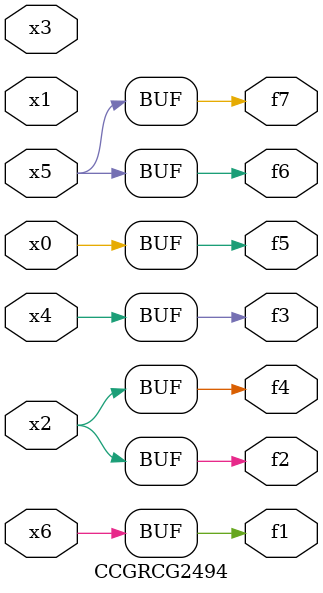
<source format=v>
module CCGRCG2494(
	input x0, x1, x2, x3, x4, x5, x6,
	output f1, f2, f3, f4, f5, f6, f7
);
	assign f1 = x6;
	assign f2 = x2;
	assign f3 = x4;
	assign f4 = x2;
	assign f5 = x0;
	assign f6 = x5;
	assign f7 = x5;
endmodule

</source>
